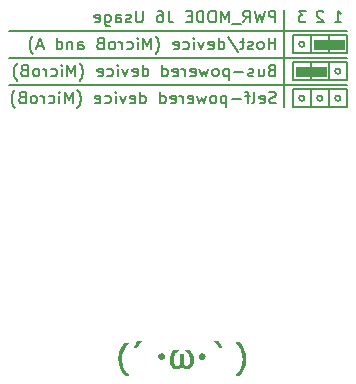
<source format=gbo>
G04 #@! TF.GenerationSoftware,KiCad,Pcbnew,5.1.5*
G04 #@! TF.CreationDate,2020-02-24T15:24:22+03:00*
G04 #@! TF.ProjectId,max3421eboard,6d617833-3432-4316-9562-6f6172642e6b,rev?*
G04 #@! TF.SameCoordinates,Original*
G04 #@! TF.FileFunction,Legend,Bot*
G04 #@! TF.FilePolarity,Positive*
%FSLAX46Y46*%
G04 Gerber Fmt 4.6, Leading zero omitted, Abs format (unit mm)*
G04 Created by KiCad (PCBNEW 5.1.5) date 2020-02-24 15:24:22*
%MOMM*%
%LPD*%
G04 APERTURE LIST*
%ADD10C,0.150000*%
%ADD11C,0.100000*%
%ADD12C,0.010000*%
G04 APERTURE END LIST*
D10*
X56515000Y-63754000D02*
X27940000Y-63754000D01*
X51181000Y-70231000D02*
X51181000Y-61976000D01*
X27940000Y-68326000D02*
X56515000Y-68326000D01*
X56515000Y-66040000D02*
X27940000Y-66040000D01*
D11*
G36*
X52197000Y-67564000D02*
G01*
X54737000Y-67564000D01*
X54737000Y-66802000D01*
X52197000Y-66802000D01*
X52197000Y-67564000D01*
G37*
X52197000Y-67564000D02*
X54737000Y-67564000D01*
X54737000Y-66802000D01*
X52197000Y-66802000D01*
X52197000Y-67564000D01*
G36*
X53721000Y-65278000D02*
G01*
X56261000Y-65278000D01*
X56261000Y-64516000D01*
X53721000Y-64516000D01*
X53721000Y-65278000D01*
G37*
X53721000Y-65278000D02*
X56261000Y-65278000D01*
X56261000Y-64516000D01*
X53721000Y-64516000D01*
X53721000Y-65278000D01*
D10*
X54457953Y-69469000D02*
G75*
G03X54457953Y-69469000I-228953J0D01*
G01*
X53467000Y-68707000D02*
X53467000Y-70231000D01*
X56515000Y-70231000D02*
X56515000Y-68707000D01*
X54991000Y-68707000D02*
X54991000Y-70231000D01*
X55981953Y-69469000D02*
G75*
G03X55981953Y-69469000I-228953J0D01*
G01*
X51943000Y-70231000D02*
X56515000Y-70231000D01*
X52933953Y-69469000D02*
G75*
G03X52933953Y-69469000I-228953J0D01*
G01*
X56515000Y-68707000D02*
X54991000Y-68707000D01*
X51943000Y-68707000D02*
X51943000Y-70231000D01*
X56515000Y-68707000D02*
X51943000Y-68707000D01*
X54457953Y-67183000D02*
G75*
G03X54457953Y-67183000I-228953J0D01*
G01*
X53467000Y-66421000D02*
X53467000Y-67945000D01*
X56515000Y-67945000D02*
X56515000Y-66421000D01*
X54991000Y-66421000D02*
X54991000Y-67945000D01*
X55981953Y-67183000D02*
G75*
G03X55981953Y-67183000I-228953J0D01*
G01*
X51943000Y-67945000D02*
X56515000Y-67945000D01*
X52933953Y-67183000D02*
G75*
G03X52933953Y-67183000I-228953J0D01*
G01*
X56515000Y-66421000D02*
X54991000Y-66421000D01*
X51943000Y-66421000D02*
X51943000Y-67945000D01*
X56515000Y-66421000D02*
X51943000Y-66421000D01*
X52933953Y-64897000D02*
G75*
G03X52933953Y-64897000I-228953J0D01*
G01*
X54457953Y-64897000D02*
G75*
G03X54457953Y-64897000I-228953J0D01*
G01*
X55981953Y-64897000D02*
G75*
G03X55981953Y-64897000I-228953J0D01*
G01*
X53467000Y-64135000D02*
X53467000Y-65659000D01*
X54991000Y-64135000D02*
X54991000Y-65659000D01*
X56515000Y-64135000D02*
X54991000Y-64135000D01*
X56515000Y-65659000D02*
X56515000Y-64135000D01*
X51943000Y-65659000D02*
X56515000Y-65659000D01*
X51943000Y-64135000D02*
X51943000Y-65659000D01*
X56515000Y-64135000D02*
X51943000Y-64135000D01*
D12*
G36*
X38760400Y-89997458D02*
G01*
X38636759Y-90251369D01*
X38513117Y-90505280D01*
X38693720Y-90505280D01*
X38736804Y-90446860D01*
X38755396Y-90421703D01*
X38783723Y-90383443D01*
X38819404Y-90335290D01*
X38860060Y-90280455D01*
X38903312Y-90222149D01*
X38925048Y-90192860D01*
X39070208Y-89997280D01*
X38760400Y-89997458D01*
G37*
X38760400Y-89997458D02*
X38636759Y-90251369D01*
X38513117Y-90505280D01*
X38693720Y-90505280D01*
X38736804Y-90446860D01*
X38755396Y-90421703D01*
X38783723Y-90383443D01*
X38819404Y-90335290D01*
X38860060Y-90280455D01*
X38903312Y-90222149D01*
X38925048Y-90192860D01*
X39070208Y-89997280D01*
X38760400Y-89997458D01*
G36*
X45325497Y-90051441D02*
G01*
X45342692Y-90075148D01*
X45369703Y-90112105D01*
X45404262Y-90159221D01*
X45444103Y-90213410D01*
X45486959Y-90271581D01*
X45511720Y-90305139D01*
X45659040Y-90504677D01*
X45747940Y-90504978D01*
X45787594Y-90504745D01*
X45818134Y-90503868D01*
X45834964Y-90502508D01*
X45836840Y-90501805D01*
X45832573Y-90492128D01*
X45820530Y-90466569D01*
X45801853Y-90427503D01*
X45777684Y-90377308D01*
X45749163Y-90318360D01*
X45717432Y-90253036D01*
X45714886Y-90247805D01*
X45592931Y-89997280D01*
X45286594Y-89997280D01*
X45325497Y-90051441D01*
G37*
X45325497Y-90051441D02*
X45342692Y-90075148D01*
X45369703Y-90112105D01*
X45404262Y-90159221D01*
X45444103Y-90213410D01*
X45486959Y-90271581D01*
X45511720Y-90305139D01*
X45659040Y-90504677D01*
X45747940Y-90504978D01*
X45787594Y-90504745D01*
X45818134Y-90503868D01*
X45834964Y-90502508D01*
X45836840Y-90501805D01*
X45832573Y-90492128D01*
X45820530Y-90466569D01*
X45801853Y-90427503D01*
X45777684Y-90377308D01*
X45749163Y-90318360D01*
X45717432Y-90253036D01*
X45714886Y-90247805D01*
X45592931Y-89997280D01*
X45286594Y-89997280D01*
X45325497Y-90051441D01*
G36*
X40735691Y-91072201D02*
G01*
X40675611Y-91093099D01*
X40619606Y-91131352D01*
X40610983Y-91139385D01*
X40568319Y-91193883D01*
X40543300Y-91255058D01*
X40535878Y-91319595D01*
X40546003Y-91384179D01*
X40573628Y-91445495D01*
X40616250Y-91497905D01*
X40670485Y-91536476D01*
X40732832Y-91558110D01*
X40799432Y-91562292D01*
X40866430Y-91548506D01*
X40897370Y-91535469D01*
X40955106Y-91496180D01*
X40997284Y-91444349D01*
X41022948Y-91381569D01*
X41031160Y-91313000D01*
X41022283Y-91245361D01*
X40997550Y-91186842D01*
X40959807Y-91138618D01*
X40911903Y-91101865D01*
X40856683Y-91077760D01*
X40796997Y-91067480D01*
X40735691Y-91072201D01*
G37*
X40735691Y-91072201D02*
X40675611Y-91093099D01*
X40619606Y-91131352D01*
X40610983Y-91139385D01*
X40568319Y-91193883D01*
X40543300Y-91255058D01*
X40535878Y-91319595D01*
X40546003Y-91384179D01*
X40573628Y-91445495D01*
X40616250Y-91497905D01*
X40670485Y-91536476D01*
X40732832Y-91558110D01*
X40799432Y-91562292D01*
X40866430Y-91548506D01*
X40897370Y-91535469D01*
X40955106Y-91496180D01*
X40997284Y-91444349D01*
X41022948Y-91381569D01*
X41031160Y-91313000D01*
X41022283Y-91245361D01*
X40997550Y-91186842D01*
X40959807Y-91138618D01*
X40911903Y-91101865D01*
X40856683Y-91077760D01*
X40796997Y-91067480D01*
X40735691Y-91072201D01*
G36*
X44169771Y-91072201D02*
G01*
X44109691Y-91093099D01*
X44053686Y-91131352D01*
X44045063Y-91139385D01*
X44002399Y-91193883D01*
X43977380Y-91255058D01*
X43969958Y-91319595D01*
X43980083Y-91384179D01*
X44007708Y-91445495D01*
X44050330Y-91497905D01*
X44104565Y-91536476D01*
X44166912Y-91558110D01*
X44233512Y-91562292D01*
X44300510Y-91548506D01*
X44331450Y-91535469D01*
X44389186Y-91496180D01*
X44431364Y-91444349D01*
X44457028Y-91381569D01*
X44465240Y-91313000D01*
X44456363Y-91245361D01*
X44431630Y-91186842D01*
X44393887Y-91138618D01*
X44345983Y-91101865D01*
X44290763Y-91077760D01*
X44231077Y-91067480D01*
X44169771Y-91072201D01*
G37*
X44169771Y-91072201D02*
X44109691Y-91093099D01*
X44053686Y-91131352D01*
X44045063Y-91139385D01*
X44002399Y-91193883D01*
X43977380Y-91255058D01*
X43969958Y-91319595D01*
X43980083Y-91384179D01*
X44007708Y-91445495D01*
X44050330Y-91497905D01*
X44104565Y-91536476D01*
X44166912Y-91558110D01*
X44233512Y-91562292D01*
X44300510Y-91548506D01*
X44331450Y-91535469D01*
X44389186Y-91496180D01*
X44431364Y-91444349D01*
X44457028Y-91381569D01*
X44465240Y-91313000D01*
X44456363Y-91245361D01*
X44431630Y-91186842D01*
X44393887Y-91138618D01*
X44345983Y-91101865D01*
X44290763Y-91077760D01*
X44231077Y-91067480D01*
X44169771Y-91072201D01*
G36*
X42924414Y-90770002D02*
G01*
X42880490Y-90771548D01*
X42848233Y-90773867D01*
X42831220Y-90776751D01*
X42829480Y-90778076D01*
X42836644Y-90788372D01*
X42855640Y-90807931D01*
X42882726Y-90832962D01*
X42889924Y-90839284D01*
X42952207Y-90900237D01*
X43015011Y-90973722D01*
X43072950Y-91052829D01*
X43120641Y-91130646D01*
X43128383Y-91145269D01*
X43184483Y-91273313D01*
X43221914Y-91403945D01*
X43241275Y-91540033D01*
X43243163Y-91684446D01*
X43242704Y-91694000D01*
X43231043Y-91808864D01*
X43208570Y-91907107D01*
X43175015Y-91989476D01*
X43130110Y-92056722D01*
X43101613Y-92086489D01*
X43050289Y-92126006D01*
X42996762Y-92149802D01*
X42935506Y-92159715D01*
X42882991Y-92159258D01*
X42804329Y-92147680D01*
X42739417Y-92122391D01*
X42685864Y-92082026D01*
X42641282Y-92025222D01*
X42637545Y-92019120D01*
X42632222Y-92009640D01*
X42627866Y-91999309D01*
X42624379Y-91986111D01*
X42621665Y-91968031D01*
X42619627Y-91943053D01*
X42618167Y-91909162D01*
X42617189Y-91864344D01*
X42616596Y-91806583D01*
X42616291Y-91733863D01*
X42616177Y-91644170D01*
X42616158Y-91574620D01*
X42616120Y-91165680D01*
X42392600Y-91165680D01*
X42392498Y-91993720D01*
X42354449Y-92043516D01*
X42317239Y-92083007D01*
X42272354Y-92117644D01*
X42260520Y-92124796D01*
X42232323Y-92139754D01*
X42208162Y-92149052D01*
X42181604Y-92154017D01*
X42146214Y-92155979D01*
X42108120Y-92156280D01*
X42060905Y-92155689D01*
X42027916Y-92153137D01*
X42003075Y-92147458D01*
X41980306Y-92137482D01*
X41964734Y-92128728D01*
X41901564Y-92080118D01*
X41850350Y-92015516D01*
X41811022Y-91934765D01*
X41783507Y-91837713D01*
X41767736Y-91724203D01*
X41765896Y-91698054D01*
X41766549Y-91559317D01*
X41784363Y-91421756D01*
X41818509Y-91289621D01*
X41868158Y-91167159D01*
X41870423Y-91162586D01*
X41915443Y-91080694D01*
X41965829Y-91006726D01*
X42026128Y-90934552D01*
X42084497Y-90874047D01*
X42119721Y-90838882D01*
X42149009Y-90808880D01*
X42169660Y-90786867D01*
X42178975Y-90775665D01*
X42179240Y-90774987D01*
X42169677Y-90773024D01*
X42143371Y-90771365D01*
X42103898Y-90770147D01*
X42054835Y-90769505D01*
X42032291Y-90769440D01*
X41885341Y-90769440D01*
X41833926Y-90831221D01*
X41732279Y-90966655D01*
X41650474Y-91104768D01*
X41588635Y-91245314D01*
X41546885Y-91388051D01*
X41542385Y-91409520D01*
X41533747Y-91470860D01*
X41528726Y-91545308D01*
X41527296Y-91626224D01*
X41529429Y-91706963D01*
X41535099Y-91780883D01*
X41544140Y-91840686D01*
X41576318Y-91957558D01*
X41620588Y-92061590D01*
X41676052Y-92151644D01*
X41741814Y-92226579D01*
X41816977Y-92285258D01*
X41900644Y-92326541D01*
X41935400Y-92337684D01*
X42039933Y-92357155D01*
X42140633Y-92357434D01*
X42236195Y-92338757D01*
X42325312Y-92301361D01*
X42395759Y-92254444D01*
X42425167Y-92228005D01*
X42455284Y-92196226D01*
X42480924Y-92165017D01*
X42496903Y-92140290D01*
X42497971Y-92137928D01*
X42507126Y-92135411D01*
X42524035Y-92150328D01*
X42524785Y-92151200D01*
X42584686Y-92216653D01*
X42639790Y-92266414D01*
X42693725Y-92303279D01*
X42750122Y-92330048D01*
X42762781Y-92334706D01*
X42828253Y-92351111D01*
X42902274Y-92359137D01*
X42974504Y-92357891D01*
X42998115Y-92354996D01*
X43089671Y-92333472D01*
X43169374Y-92298472D01*
X43242504Y-92247445D01*
X43268672Y-92224254D01*
X43335982Y-92147860D01*
X43391195Y-92057362D01*
X43434046Y-91955172D01*
X43464273Y-91843703D01*
X43481614Y-91725368D01*
X43485806Y-91602580D01*
X43476585Y-91477751D01*
X43453690Y-91353295D01*
X43416857Y-91231625D01*
X43385141Y-91154794D01*
X43353039Y-91092507D01*
X43310912Y-91021619D01*
X43262734Y-90948255D01*
X43212482Y-90878542D01*
X43176323Y-90832940D01*
X43123380Y-90769440D01*
X42976430Y-90769440D01*
X42924414Y-90770002D01*
G37*
X42924414Y-90770002D02*
X42880490Y-90771548D01*
X42848233Y-90773867D01*
X42831220Y-90776751D01*
X42829480Y-90778076D01*
X42836644Y-90788372D01*
X42855640Y-90807931D01*
X42882726Y-90832962D01*
X42889924Y-90839284D01*
X42952207Y-90900237D01*
X43015011Y-90973722D01*
X43072950Y-91052829D01*
X43120641Y-91130646D01*
X43128383Y-91145269D01*
X43184483Y-91273313D01*
X43221914Y-91403945D01*
X43241275Y-91540033D01*
X43243163Y-91684446D01*
X43242704Y-91694000D01*
X43231043Y-91808864D01*
X43208570Y-91907107D01*
X43175015Y-91989476D01*
X43130110Y-92056722D01*
X43101613Y-92086489D01*
X43050289Y-92126006D01*
X42996762Y-92149802D01*
X42935506Y-92159715D01*
X42882991Y-92159258D01*
X42804329Y-92147680D01*
X42739417Y-92122391D01*
X42685864Y-92082026D01*
X42641282Y-92025222D01*
X42637545Y-92019120D01*
X42632222Y-92009640D01*
X42627866Y-91999309D01*
X42624379Y-91986111D01*
X42621665Y-91968031D01*
X42619627Y-91943053D01*
X42618167Y-91909162D01*
X42617189Y-91864344D01*
X42616596Y-91806583D01*
X42616291Y-91733863D01*
X42616177Y-91644170D01*
X42616158Y-91574620D01*
X42616120Y-91165680D01*
X42392600Y-91165680D01*
X42392498Y-91993720D01*
X42354449Y-92043516D01*
X42317239Y-92083007D01*
X42272354Y-92117644D01*
X42260520Y-92124796D01*
X42232323Y-92139754D01*
X42208162Y-92149052D01*
X42181604Y-92154017D01*
X42146214Y-92155979D01*
X42108120Y-92156280D01*
X42060905Y-92155689D01*
X42027916Y-92153137D01*
X42003075Y-92147458D01*
X41980306Y-92137482D01*
X41964734Y-92128728D01*
X41901564Y-92080118D01*
X41850350Y-92015516D01*
X41811022Y-91934765D01*
X41783507Y-91837713D01*
X41767736Y-91724203D01*
X41765896Y-91698054D01*
X41766549Y-91559317D01*
X41784363Y-91421756D01*
X41818509Y-91289621D01*
X41868158Y-91167159D01*
X41870423Y-91162586D01*
X41915443Y-91080694D01*
X41965829Y-91006726D01*
X42026128Y-90934552D01*
X42084497Y-90874047D01*
X42119721Y-90838882D01*
X42149009Y-90808880D01*
X42169660Y-90786867D01*
X42178975Y-90775665D01*
X42179240Y-90774987D01*
X42169677Y-90773024D01*
X42143371Y-90771365D01*
X42103898Y-90770147D01*
X42054835Y-90769505D01*
X42032291Y-90769440D01*
X41885341Y-90769440D01*
X41833926Y-90831221D01*
X41732279Y-90966655D01*
X41650474Y-91104768D01*
X41588635Y-91245314D01*
X41546885Y-91388051D01*
X41542385Y-91409520D01*
X41533747Y-91470860D01*
X41528726Y-91545308D01*
X41527296Y-91626224D01*
X41529429Y-91706963D01*
X41535099Y-91780883D01*
X41544140Y-91840686D01*
X41576318Y-91957558D01*
X41620588Y-92061590D01*
X41676052Y-92151644D01*
X41741814Y-92226579D01*
X41816977Y-92285258D01*
X41900644Y-92326541D01*
X41935400Y-92337684D01*
X42039933Y-92357155D01*
X42140633Y-92357434D01*
X42236195Y-92338757D01*
X42325312Y-92301361D01*
X42395759Y-92254444D01*
X42425167Y-92228005D01*
X42455284Y-92196226D01*
X42480924Y-92165017D01*
X42496903Y-92140290D01*
X42497971Y-92137928D01*
X42507126Y-92135411D01*
X42524035Y-92150328D01*
X42524785Y-92151200D01*
X42584686Y-92216653D01*
X42639790Y-92266414D01*
X42693725Y-92303279D01*
X42750122Y-92330048D01*
X42762781Y-92334706D01*
X42828253Y-92351111D01*
X42902274Y-92359137D01*
X42974504Y-92357891D01*
X42998115Y-92354996D01*
X43089671Y-92333472D01*
X43169374Y-92298472D01*
X43242504Y-92247445D01*
X43268672Y-92224254D01*
X43335982Y-92147860D01*
X43391195Y-92057362D01*
X43434046Y-91955172D01*
X43464273Y-91843703D01*
X43481614Y-91725368D01*
X43485806Y-91602580D01*
X43476585Y-91477751D01*
X43453690Y-91353295D01*
X43416857Y-91231625D01*
X43385141Y-91154794D01*
X43353039Y-91092507D01*
X43310912Y-91021619D01*
X43262734Y-90948255D01*
X43212482Y-90878542D01*
X43176323Y-90832940D01*
X43123380Y-90769440D01*
X42976430Y-90769440D01*
X42924414Y-90770002D01*
G36*
X37907976Y-90161097D02*
G01*
X37859144Y-90161731D01*
X37838805Y-90162101D01*
X37694450Y-90164920D01*
X37644845Y-90225880D01*
X37592581Y-90294376D01*
X37536396Y-90375321D01*
X37480283Y-90462446D01*
X37428235Y-90549484D01*
X37384244Y-90630167D01*
X37373018Y-90652600D01*
X37295965Y-90832799D01*
X37237179Y-91018858D01*
X37196671Y-91209020D01*
X37174451Y-91401529D01*
X37170529Y-91594629D01*
X37184916Y-91786565D01*
X37217624Y-91975580D01*
X37268661Y-92159918D01*
X37338039Y-92337824D01*
X37362568Y-92389960D01*
X37405530Y-92471056D01*
X37458329Y-92560456D01*
X37516817Y-92651720D01*
X37576850Y-92738406D01*
X37634282Y-92814075D01*
X37640516Y-92821760D01*
X37694522Y-92887800D01*
X37845672Y-92890621D01*
X37996821Y-92893443D01*
X37949676Y-92851944D01*
X37909501Y-92812928D01*
X37862255Y-92761209D01*
X37811657Y-92701302D01*
X37761427Y-92637723D01*
X37715284Y-92574984D01*
X37686246Y-92532200D01*
X37590479Y-92366737D01*
X37513294Y-92195086D01*
X37454564Y-92018653D01*
X37414159Y-91838846D01*
X37391951Y-91657071D01*
X37387811Y-91474735D01*
X37401611Y-91293246D01*
X37433223Y-91114011D01*
X37482516Y-90938437D01*
X37549364Y-90767931D01*
X37633637Y-90603900D01*
X37735207Y-90447750D01*
X37853946Y-90300890D01*
X37894116Y-90257579D01*
X37927649Y-90222373D01*
X37955402Y-90192855D01*
X37974710Y-90171891D01*
X37982906Y-90162345D01*
X37983016Y-90162101D01*
X37973514Y-90161281D01*
X37947299Y-90160947D01*
X37907976Y-90161097D01*
G37*
X37907976Y-90161097D02*
X37859144Y-90161731D01*
X37838805Y-90162101D01*
X37694450Y-90164920D01*
X37644845Y-90225880D01*
X37592581Y-90294376D01*
X37536396Y-90375321D01*
X37480283Y-90462446D01*
X37428235Y-90549484D01*
X37384244Y-90630167D01*
X37373018Y-90652600D01*
X37295965Y-90832799D01*
X37237179Y-91018858D01*
X37196671Y-91209020D01*
X37174451Y-91401529D01*
X37170529Y-91594629D01*
X37184916Y-91786565D01*
X37217624Y-91975580D01*
X37268661Y-92159918D01*
X37338039Y-92337824D01*
X37362568Y-92389960D01*
X37405530Y-92471056D01*
X37458329Y-92560456D01*
X37516817Y-92651720D01*
X37576850Y-92738406D01*
X37634282Y-92814075D01*
X37640516Y-92821760D01*
X37694522Y-92887800D01*
X37845672Y-92890621D01*
X37996821Y-92893443D01*
X37949676Y-92851944D01*
X37909501Y-92812928D01*
X37862255Y-92761209D01*
X37811657Y-92701302D01*
X37761427Y-92637723D01*
X37715284Y-92574984D01*
X37686246Y-92532200D01*
X37590479Y-92366737D01*
X37513294Y-92195086D01*
X37454564Y-92018653D01*
X37414159Y-91838846D01*
X37391951Y-91657071D01*
X37387811Y-91474735D01*
X37401611Y-91293246D01*
X37433223Y-91114011D01*
X37482516Y-90938437D01*
X37549364Y-90767931D01*
X37633637Y-90603900D01*
X37735207Y-90447750D01*
X37853946Y-90300890D01*
X37894116Y-90257579D01*
X37927649Y-90222373D01*
X37955402Y-90192855D01*
X37974710Y-90171891D01*
X37982906Y-90162345D01*
X37983016Y-90162101D01*
X37973514Y-90161281D01*
X37947299Y-90160947D01*
X37907976Y-90161097D01*
G36*
X47165499Y-90238580D02*
G01*
X47269478Y-90351979D01*
X47362485Y-90475632D01*
X47446862Y-90612927D01*
X47512227Y-90740107D01*
X47586982Y-90919987D01*
X47641971Y-91103182D01*
X47677191Y-91288636D01*
X47692638Y-91475295D01*
X47688309Y-91662103D01*
X47664200Y-91848003D01*
X47620308Y-92031940D01*
X47556628Y-92212858D01*
X47517637Y-92301282D01*
X47435695Y-92458612D01*
X47345315Y-92599902D01*
X47244215Y-92728477D01*
X47169451Y-92809060D01*
X47086599Y-92892880D01*
X47380285Y-92892880D01*
X47435148Y-92824300D01*
X47553877Y-92665195D01*
X47653694Y-92507568D01*
X47735625Y-92348972D01*
X47800695Y-92186959D01*
X47849930Y-92019080D01*
X47884356Y-91842888D01*
X47900093Y-91714320D01*
X47908938Y-91515885D01*
X47897732Y-91318934D01*
X47866736Y-91124293D01*
X47816206Y-90932791D01*
X47746404Y-90745254D01*
X47657587Y-90562511D01*
X47550015Y-90385388D01*
X47434954Y-90228420D01*
X47380285Y-90159840D01*
X47086151Y-90159840D01*
X47165499Y-90238580D01*
G37*
X47165499Y-90238580D02*
X47269478Y-90351979D01*
X47362485Y-90475632D01*
X47446862Y-90612927D01*
X47512227Y-90740107D01*
X47586982Y-90919987D01*
X47641971Y-91103182D01*
X47677191Y-91288636D01*
X47692638Y-91475295D01*
X47688309Y-91662103D01*
X47664200Y-91848003D01*
X47620308Y-92031940D01*
X47556628Y-92212858D01*
X47517637Y-92301282D01*
X47435695Y-92458612D01*
X47345315Y-92599902D01*
X47244215Y-92728477D01*
X47169451Y-92809060D01*
X47086599Y-92892880D01*
X47380285Y-92892880D01*
X47435148Y-92824300D01*
X47553877Y-92665195D01*
X47653694Y-92507568D01*
X47735625Y-92348972D01*
X47800695Y-92186959D01*
X47849930Y-92019080D01*
X47884356Y-91842888D01*
X47900093Y-91714320D01*
X47908938Y-91515885D01*
X47897732Y-91318934D01*
X47866736Y-91124293D01*
X47816206Y-90932791D01*
X47746404Y-90745254D01*
X47657587Y-90562511D01*
X47550015Y-90385388D01*
X47434954Y-90228420D01*
X47380285Y-90159840D01*
X47086151Y-90159840D01*
X47165499Y-90238580D01*
D10*
X50512023Y-69873761D02*
X50369166Y-69921380D01*
X50131071Y-69921380D01*
X50035833Y-69873761D01*
X49988214Y-69826142D01*
X49940595Y-69730904D01*
X49940595Y-69635666D01*
X49988214Y-69540428D01*
X50035833Y-69492809D01*
X50131071Y-69445190D01*
X50321547Y-69397571D01*
X50416785Y-69349952D01*
X50464404Y-69302333D01*
X50512023Y-69207095D01*
X50512023Y-69111857D01*
X50464404Y-69016619D01*
X50416785Y-68969000D01*
X50321547Y-68921380D01*
X50083452Y-68921380D01*
X49940595Y-68969000D01*
X49131071Y-69873761D02*
X49226309Y-69921380D01*
X49416785Y-69921380D01*
X49512023Y-69873761D01*
X49559642Y-69778523D01*
X49559642Y-69397571D01*
X49512023Y-69302333D01*
X49416785Y-69254714D01*
X49226309Y-69254714D01*
X49131071Y-69302333D01*
X49083452Y-69397571D01*
X49083452Y-69492809D01*
X49559642Y-69588047D01*
X48512023Y-69921380D02*
X48607261Y-69873761D01*
X48654880Y-69778523D01*
X48654880Y-68921380D01*
X48273928Y-69254714D02*
X47892976Y-69254714D01*
X48131071Y-69921380D02*
X48131071Y-69064238D01*
X48083452Y-68969000D01*
X47988214Y-68921380D01*
X47892976Y-68921380D01*
X47559642Y-69540428D02*
X46797738Y-69540428D01*
X46321547Y-69254714D02*
X46321547Y-70254714D01*
X46321547Y-69302333D02*
X46226309Y-69254714D01*
X46035833Y-69254714D01*
X45940595Y-69302333D01*
X45892976Y-69349952D01*
X45845357Y-69445190D01*
X45845357Y-69730904D01*
X45892976Y-69826142D01*
X45940595Y-69873761D01*
X46035833Y-69921380D01*
X46226309Y-69921380D01*
X46321547Y-69873761D01*
X45273928Y-69921380D02*
X45369166Y-69873761D01*
X45416785Y-69826142D01*
X45464404Y-69730904D01*
X45464404Y-69445190D01*
X45416785Y-69349952D01*
X45369166Y-69302333D01*
X45273928Y-69254714D01*
X45131071Y-69254714D01*
X45035833Y-69302333D01*
X44988214Y-69349952D01*
X44940595Y-69445190D01*
X44940595Y-69730904D01*
X44988214Y-69826142D01*
X45035833Y-69873761D01*
X45131071Y-69921380D01*
X45273928Y-69921380D01*
X44607261Y-69254714D02*
X44416785Y-69921380D01*
X44226309Y-69445190D01*
X44035833Y-69921380D01*
X43845357Y-69254714D01*
X43083452Y-69873761D02*
X43178690Y-69921380D01*
X43369166Y-69921380D01*
X43464404Y-69873761D01*
X43512023Y-69778523D01*
X43512023Y-69397571D01*
X43464404Y-69302333D01*
X43369166Y-69254714D01*
X43178690Y-69254714D01*
X43083452Y-69302333D01*
X43035833Y-69397571D01*
X43035833Y-69492809D01*
X43512023Y-69588047D01*
X42607261Y-69921380D02*
X42607261Y-69254714D01*
X42607261Y-69445190D02*
X42559642Y-69349952D01*
X42512023Y-69302333D01*
X42416785Y-69254714D01*
X42321547Y-69254714D01*
X41607261Y-69873761D02*
X41702500Y-69921380D01*
X41892976Y-69921380D01*
X41988214Y-69873761D01*
X42035833Y-69778523D01*
X42035833Y-69397571D01*
X41988214Y-69302333D01*
X41892976Y-69254714D01*
X41702500Y-69254714D01*
X41607261Y-69302333D01*
X41559642Y-69397571D01*
X41559642Y-69492809D01*
X42035833Y-69588047D01*
X40702500Y-69921380D02*
X40702500Y-68921380D01*
X40702500Y-69873761D02*
X40797738Y-69921380D01*
X40988214Y-69921380D01*
X41083452Y-69873761D01*
X41131071Y-69826142D01*
X41178690Y-69730904D01*
X41178690Y-69445190D01*
X41131071Y-69349952D01*
X41083452Y-69302333D01*
X40988214Y-69254714D01*
X40797738Y-69254714D01*
X40702500Y-69302333D01*
X39035833Y-69921380D02*
X39035833Y-68921380D01*
X39035833Y-69873761D02*
X39131071Y-69921380D01*
X39321547Y-69921380D01*
X39416785Y-69873761D01*
X39464404Y-69826142D01*
X39512023Y-69730904D01*
X39512023Y-69445190D01*
X39464404Y-69349952D01*
X39416785Y-69302333D01*
X39321547Y-69254714D01*
X39131071Y-69254714D01*
X39035833Y-69302333D01*
X38178690Y-69873761D02*
X38273928Y-69921380D01*
X38464404Y-69921380D01*
X38559642Y-69873761D01*
X38607261Y-69778523D01*
X38607261Y-69397571D01*
X38559642Y-69302333D01*
X38464404Y-69254714D01*
X38273928Y-69254714D01*
X38178690Y-69302333D01*
X38131071Y-69397571D01*
X38131071Y-69492809D01*
X38607261Y-69588047D01*
X37797738Y-69254714D02*
X37559642Y-69921380D01*
X37321547Y-69254714D01*
X36940595Y-69921380D02*
X36940595Y-69254714D01*
X36940595Y-68921380D02*
X36988214Y-68969000D01*
X36940595Y-69016619D01*
X36892976Y-68969000D01*
X36940595Y-68921380D01*
X36940595Y-69016619D01*
X36035833Y-69873761D02*
X36131071Y-69921380D01*
X36321547Y-69921380D01*
X36416785Y-69873761D01*
X36464404Y-69826142D01*
X36512023Y-69730904D01*
X36512023Y-69445190D01*
X36464404Y-69349952D01*
X36416785Y-69302333D01*
X36321547Y-69254714D01*
X36131071Y-69254714D01*
X36035833Y-69302333D01*
X35226309Y-69873761D02*
X35321547Y-69921380D01*
X35512023Y-69921380D01*
X35607261Y-69873761D01*
X35654880Y-69778523D01*
X35654880Y-69397571D01*
X35607261Y-69302333D01*
X35512023Y-69254714D01*
X35321547Y-69254714D01*
X35226309Y-69302333D01*
X35178690Y-69397571D01*
X35178690Y-69492809D01*
X35654880Y-69588047D01*
X33702500Y-70302333D02*
X33750119Y-70254714D01*
X33845357Y-70111857D01*
X33892976Y-70016619D01*
X33940595Y-69873761D01*
X33988214Y-69635666D01*
X33988214Y-69445190D01*
X33940595Y-69207095D01*
X33892976Y-69064238D01*
X33845357Y-68969000D01*
X33750119Y-68826142D01*
X33702500Y-68778523D01*
X33321547Y-69921380D02*
X33321547Y-68921380D01*
X32988214Y-69635666D01*
X32654880Y-68921380D01*
X32654880Y-69921380D01*
X32178690Y-69921380D02*
X32178690Y-69254714D01*
X32178690Y-68921380D02*
X32226309Y-68969000D01*
X32178690Y-69016619D01*
X32131071Y-68969000D01*
X32178690Y-68921380D01*
X32178690Y-69016619D01*
X31273928Y-69873761D02*
X31369166Y-69921380D01*
X31559642Y-69921380D01*
X31654880Y-69873761D01*
X31702500Y-69826142D01*
X31750119Y-69730904D01*
X31750119Y-69445190D01*
X31702500Y-69349952D01*
X31654880Y-69302333D01*
X31559642Y-69254714D01*
X31369166Y-69254714D01*
X31273928Y-69302333D01*
X30845357Y-69921380D02*
X30845357Y-69254714D01*
X30845357Y-69445190D02*
X30797738Y-69349952D01*
X30750119Y-69302333D01*
X30654880Y-69254714D01*
X30559642Y-69254714D01*
X30083452Y-69921380D02*
X30178690Y-69873761D01*
X30226309Y-69826142D01*
X30273928Y-69730904D01*
X30273928Y-69445190D01*
X30226309Y-69349952D01*
X30178690Y-69302333D01*
X30083452Y-69254714D01*
X29940595Y-69254714D01*
X29845357Y-69302333D01*
X29797738Y-69349952D01*
X29750119Y-69445190D01*
X29750119Y-69730904D01*
X29797738Y-69826142D01*
X29845357Y-69873761D01*
X29940595Y-69921380D01*
X30083452Y-69921380D01*
X28988214Y-69397571D02*
X28845357Y-69445190D01*
X28797738Y-69492809D01*
X28750119Y-69588047D01*
X28750119Y-69730904D01*
X28797738Y-69826142D01*
X28845357Y-69873761D01*
X28940595Y-69921380D01*
X29321547Y-69921380D01*
X29321547Y-68921380D01*
X28988214Y-68921380D01*
X28892976Y-68969000D01*
X28845357Y-69016619D01*
X28797738Y-69111857D01*
X28797738Y-69207095D01*
X28845357Y-69302333D01*
X28892976Y-69349952D01*
X28988214Y-69397571D01*
X29321547Y-69397571D01*
X28416785Y-70302333D02*
X28369166Y-70254714D01*
X28273928Y-70111857D01*
X28226309Y-70016619D01*
X28178690Y-69873761D01*
X28131071Y-69635666D01*
X28131071Y-69445190D01*
X28178690Y-69207095D01*
X28226309Y-69064238D01*
X28273928Y-68969000D01*
X28369166Y-68826142D01*
X28416785Y-68778523D01*
X50464404Y-65349380D02*
X50464404Y-64349380D01*
X50464404Y-64825571D02*
X49892976Y-64825571D01*
X49892976Y-65349380D02*
X49892976Y-64349380D01*
X49273928Y-65349380D02*
X49369166Y-65301761D01*
X49416785Y-65254142D01*
X49464404Y-65158904D01*
X49464404Y-64873190D01*
X49416785Y-64777952D01*
X49369166Y-64730333D01*
X49273928Y-64682714D01*
X49131071Y-64682714D01*
X49035833Y-64730333D01*
X48988214Y-64777952D01*
X48940595Y-64873190D01*
X48940595Y-65158904D01*
X48988214Y-65254142D01*
X49035833Y-65301761D01*
X49131071Y-65349380D01*
X49273928Y-65349380D01*
X48559642Y-65301761D02*
X48464404Y-65349380D01*
X48273928Y-65349380D01*
X48178690Y-65301761D01*
X48131071Y-65206523D01*
X48131071Y-65158904D01*
X48178690Y-65063666D01*
X48273928Y-65016047D01*
X48416785Y-65016047D01*
X48512023Y-64968428D01*
X48559642Y-64873190D01*
X48559642Y-64825571D01*
X48512023Y-64730333D01*
X48416785Y-64682714D01*
X48273928Y-64682714D01*
X48178690Y-64730333D01*
X47845357Y-64682714D02*
X47464404Y-64682714D01*
X47702500Y-64349380D02*
X47702500Y-65206523D01*
X47654880Y-65301761D01*
X47559642Y-65349380D01*
X47464404Y-65349380D01*
X46416785Y-64301761D02*
X47273928Y-65587476D01*
X45654880Y-65349380D02*
X45654880Y-64349380D01*
X45654880Y-65301761D02*
X45750119Y-65349380D01*
X45940595Y-65349380D01*
X46035833Y-65301761D01*
X46083452Y-65254142D01*
X46131071Y-65158904D01*
X46131071Y-64873190D01*
X46083452Y-64777952D01*
X46035833Y-64730333D01*
X45940595Y-64682714D01*
X45750119Y-64682714D01*
X45654880Y-64730333D01*
X44797738Y-65301761D02*
X44892976Y-65349380D01*
X45083452Y-65349380D01*
X45178690Y-65301761D01*
X45226309Y-65206523D01*
X45226309Y-64825571D01*
X45178690Y-64730333D01*
X45083452Y-64682714D01*
X44892976Y-64682714D01*
X44797738Y-64730333D01*
X44750119Y-64825571D01*
X44750119Y-64920809D01*
X45226309Y-65016047D01*
X44416785Y-64682714D02*
X44178690Y-65349380D01*
X43940595Y-64682714D01*
X43559642Y-65349380D02*
X43559642Y-64682714D01*
X43559642Y-64349380D02*
X43607261Y-64397000D01*
X43559642Y-64444619D01*
X43512023Y-64397000D01*
X43559642Y-64349380D01*
X43559642Y-64444619D01*
X42654880Y-65301761D02*
X42750119Y-65349380D01*
X42940595Y-65349380D01*
X43035833Y-65301761D01*
X43083452Y-65254142D01*
X43131071Y-65158904D01*
X43131071Y-64873190D01*
X43083452Y-64777952D01*
X43035833Y-64730333D01*
X42940595Y-64682714D01*
X42750119Y-64682714D01*
X42654880Y-64730333D01*
X41845357Y-65301761D02*
X41940595Y-65349380D01*
X42131071Y-65349380D01*
X42226309Y-65301761D01*
X42273928Y-65206523D01*
X42273928Y-64825571D01*
X42226309Y-64730333D01*
X42131071Y-64682714D01*
X41940595Y-64682714D01*
X41845357Y-64730333D01*
X41797738Y-64825571D01*
X41797738Y-64920809D01*
X42273928Y-65016047D01*
X40321547Y-65730333D02*
X40369166Y-65682714D01*
X40464404Y-65539857D01*
X40512023Y-65444619D01*
X40559642Y-65301761D01*
X40607261Y-65063666D01*
X40607261Y-64873190D01*
X40559642Y-64635095D01*
X40512023Y-64492238D01*
X40464404Y-64397000D01*
X40369166Y-64254142D01*
X40321547Y-64206523D01*
X39940595Y-65349380D02*
X39940595Y-64349380D01*
X39607261Y-65063666D01*
X39273928Y-64349380D01*
X39273928Y-65349380D01*
X38797738Y-65349380D02*
X38797738Y-64682714D01*
X38797738Y-64349380D02*
X38845357Y-64397000D01*
X38797738Y-64444619D01*
X38750119Y-64397000D01*
X38797738Y-64349380D01*
X38797738Y-64444619D01*
X37892976Y-65301761D02*
X37988214Y-65349380D01*
X38178690Y-65349380D01*
X38273928Y-65301761D01*
X38321547Y-65254142D01*
X38369166Y-65158904D01*
X38369166Y-64873190D01*
X38321547Y-64777952D01*
X38273928Y-64730333D01*
X38178690Y-64682714D01*
X37988214Y-64682714D01*
X37892976Y-64730333D01*
X37464404Y-65349380D02*
X37464404Y-64682714D01*
X37464404Y-64873190D02*
X37416785Y-64777952D01*
X37369166Y-64730333D01*
X37273928Y-64682714D01*
X37178690Y-64682714D01*
X36702500Y-65349380D02*
X36797738Y-65301761D01*
X36845357Y-65254142D01*
X36892976Y-65158904D01*
X36892976Y-64873190D01*
X36845357Y-64777952D01*
X36797738Y-64730333D01*
X36702500Y-64682714D01*
X36559642Y-64682714D01*
X36464404Y-64730333D01*
X36416785Y-64777952D01*
X36369166Y-64873190D01*
X36369166Y-65158904D01*
X36416785Y-65254142D01*
X36464404Y-65301761D01*
X36559642Y-65349380D01*
X36702500Y-65349380D01*
X35607261Y-64825571D02*
X35464404Y-64873190D01*
X35416785Y-64920809D01*
X35369166Y-65016047D01*
X35369166Y-65158904D01*
X35416785Y-65254142D01*
X35464404Y-65301761D01*
X35559642Y-65349380D01*
X35940595Y-65349380D01*
X35940595Y-64349380D01*
X35607261Y-64349380D01*
X35512023Y-64397000D01*
X35464404Y-64444619D01*
X35416785Y-64539857D01*
X35416785Y-64635095D01*
X35464404Y-64730333D01*
X35512023Y-64777952D01*
X35607261Y-64825571D01*
X35940595Y-64825571D01*
X33750119Y-65349380D02*
X33750119Y-64825571D01*
X33797738Y-64730333D01*
X33892976Y-64682714D01*
X34083452Y-64682714D01*
X34178690Y-64730333D01*
X33750119Y-65301761D02*
X33845357Y-65349380D01*
X34083452Y-65349380D01*
X34178690Y-65301761D01*
X34226309Y-65206523D01*
X34226309Y-65111285D01*
X34178690Y-65016047D01*
X34083452Y-64968428D01*
X33845357Y-64968428D01*
X33750119Y-64920809D01*
X33273928Y-64682714D02*
X33273928Y-65349380D01*
X33273928Y-64777952D02*
X33226309Y-64730333D01*
X33131071Y-64682714D01*
X32988214Y-64682714D01*
X32892976Y-64730333D01*
X32845357Y-64825571D01*
X32845357Y-65349380D01*
X31940595Y-65349380D02*
X31940595Y-64349380D01*
X31940595Y-65301761D02*
X32035833Y-65349380D01*
X32226309Y-65349380D01*
X32321547Y-65301761D01*
X32369166Y-65254142D01*
X32416785Y-65158904D01*
X32416785Y-64873190D01*
X32369166Y-64777952D01*
X32321547Y-64730333D01*
X32226309Y-64682714D01*
X32035833Y-64682714D01*
X31940595Y-64730333D01*
X30750119Y-65063666D02*
X30273928Y-65063666D01*
X30845357Y-65349380D02*
X30512023Y-64349380D01*
X30178690Y-65349380D01*
X29940595Y-65730333D02*
X29892976Y-65682714D01*
X29797738Y-65539857D01*
X29750119Y-65444619D01*
X29702500Y-65301761D01*
X29654880Y-65063666D01*
X29654880Y-64873190D01*
X29702500Y-64635095D01*
X29750119Y-64492238D01*
X29797738Y-64397000D01*
X29892976Y-64254142D01*
X29940595Y-64206523D01*
X50131071Y-67111571D02*
X49988214Y-67159190D01*
X49940595Y-67206809D01*
X49892976Y-67302047D01*
X49892976Y-67444904D01*
X49940595Y-67540142D01*
X49988214Y-67587761D01*
X50083452Y-67635380D01*
X50464404Y-67635380D01*
X50464404Y-66635380D01*
X50131071Y-66635380D01*
X50035833Y-66683000D01*
X49988214Y-66730619D01*
X49940595Y-66825857D01*
X49940595Y-66921095D01*
X49988214Y-67016333D01*
X50035833Y-67063952D01*
X50131071Y-67111571D01*
X50464404Y-67111571D01*
X49035833Y-66968714D02*
X49035833Y-67635380D01*
X49464404Y-66968714D02*
X49464404Y-67492523D01*
X49416785Y-67587761D01*
X49321547Y-67635380D01*
X49178690Y-67635380D01*
X49083452Y-67587761D01*
X49035833Y-67540142D01*
X48607261Y-67587761D02*
X48512023Y-67635380D01*
X48321547Y-67635380D01*
X48226309Y-67587761D01*
X48178690Y-67492523D01*
X48178690Y-67444904D01*
X48226309Y-67349666D01*
X48321547Y-67302047D01*
X48464404Y-67302047D01*
X48559642Y-67254428D01*
X48607261Y-67159190D01*
X48607261Y-67111571D01*
X48559642Y-67016333D01*
X48464404Y-66968714D01*
X48321547Y-66968714D01*
X48226309Y-67016333D01*
X47750119Y-67254428D02*
X46988214Y-67254428D01*
X46512023Y-66968714D02*
X46512023Y-67968714D01*
X46512023Y-67016333D02*
X46416785Y-66968714D01*
X46226309Y-66968714D01*
X46131071Y-67016333D01*
X46083452Y-67063952D01*
X46035833Y-67159190D01*
X46035833Y-67444904D01*
X46083452Y-67540142D01*
X46131071Y-67587761D01*
X46226309Y-67635380D01*
X46416785Y-67635380D01*
X46512023Y-67587761D01*
X45464404Y-67635380D02*
X45559642Y-67587761D01*
X45607261Y-67540142D01*
X45654880Y-67444904D01*
X45654880Y-67159190D01*
X45607261Y-67063952D01*
X45559642Y-67016333D01*
X45464404Y-66968714D01*
X45321547Y-66968714D01*
X45226309Y-67016333D01*
X45178690Y-67063952D01*
X45131071Y-67159190D01*
X45131071Y-67444904D01*
X45178690Y-67540142D01*
X45226309Y-67587761D01*
X45321547Y-67635380D01*
X45464404Y-67635380D01*
X44797738Y-66968714D02*
X44607261Y-67635380D01*
X44416785Y-67159190D01*
X44226309Y-67635380D01*
X44035833Y-66968714D01*
X43273928Y-67587761D02*
X43369166Y-67635380D01*
X43559642Y-67635380D01*
X43654880Y-67587761D01*
X43702500Y-67492523D01*
X43702500Y-67111571D01*
X43654880Y-67016333D01*
X43559642Y-66968714D01*
X43369166Y-66968714D01*
X43273928Y-67016333D01*
X43226309Y-67111571D01*
X43226309Y-67206809D01*
X43702500Y-67302047D01*
X42797738Y-67635380D02*
X42797738Y-66968714D01*
X42797738Y-67159190D02*
X42750119Y-67063952D01*
X42702500Y-67016333D01*
X42607261Y-66968714D01*
X42512023Y-66968714D01*
X41797738Y-67587761D02*
X41892976Y-67635380D01*
X42083452Y-67635380D01*
X42178690Y-67587761D01*
X42226309Y-67492523D01*
X42226309Y-67111571D01*
X42178690Y-67016333D01*
X42083452Y-66968714D01*
X41892976Y-66968714D01*
X41797738Y-67016333D01*
X41750119Y-67111571D01*
X41750119Y-67206809D01*
X42226309Y-67302047D01*
X40892976Y-67635380D02*
X40892976Y-66635380D01*
X40892976Y-67587761D02*
X40988214Y-67635380D01*
X41178690Y-67635380D01*
X41273928Y-67587761D01*
X41321547Y-67540142D01*
X41369166Y-67444904D01*
X41369166Y-67159190D01*
X41321547Y-67063952D01*
X41273928Y-67016333D01*
X41178690Y-66968714D01*
X40988214Y-66968714D01*
X40892976Y-67016333D01*
X39226309Y-67635380D02*
X39226309Y-66635380D01*
X39226309Y-67587761D02*
X39321547Y-67635380D01*
X39512023Y-67635380D01*
X39607261Y-67587761D01*
X39654880Y-67540142D01*
X39702500Y-67444904D01*
X39702500Y-67159190D01*
X39654880Y-67063952D01*
X39607261Y-67016333D01*
X39512023Y-66968714D01*
X39321547Y-66968714D01*
X39226309Y-67016333D01*
X38369166Y-67587761D02*
X38464404Y-67635380D01*
X38654880Y-67635380D01*
X38750119Y-67587761D01*
X38797738Y-67492523D01*
X38797738Y-67111571D01*
X38750119Y-67016333D01*
X38654880Y-66968714D01*
X38464404Y-66968714D01*
X38369166Y-67016333D01*
X38321547Y-67111571D01*
X38321547Y-67206809D01*
X38797738Y-67302047D01*
X37988214Y-66968714D02*
X37750119Y-67635380D01*
X37512023Y-66968714D01*
X37131071Y-67635380D02*
X37131071Y-66968714D01*
X37131071Y-66635380D02*
X37178690Y-66683000D01*
X37131071Y-66730619D01*
X37083452Y-66683000D01*
X37131071Y-66635380D01*
X37131071Y-66730619D01*
X36226309Y-67587761D02*
X36321547Y-67635380D01*
X36512023Y-67635380D01*
X36607261Y-67587761D01*
X36654880Y-67540142D01*
X36702500Y-67444904D01*
X36702500Y-67159190D01*
X36654880Y-67063952D01*
X36607261Y-67016333D01*
X36512023Y-66968714D01*
X36321547Y-66968714D01*
X36226309Y-67016333D01*
X35416785Y-67587761D02*
X35512023Y-67635380D01*
X35702500Y-67635380D01*
X35797738Y-67587761D01*
X35845357Y-67492523D01*
X35845357Y-67111571D01*
X35797738Y-67016333D01*
X35702500Y-66968714D01*
X35512023Y-66968714D01*
X35416785Y-67016333D01*
X35369166Y-67111571D01*
X35369166Y-67206809D01*
X35845357Y-67302047D01*
X33892976Y-68016333D02*
X33940595Y-67968714D01*
X34035833Y-67825857D01*
X34083452Y-67730619D01*
X34131071Y-67587761D01*
X34178690Y-67349666D01*
X34178690Y-67159190D01*
X34131071Y-66921095D01*
X34083452Y-66778238D01*
X34035833Y-66683000D01*
X33940595Y-66540142D01*
X33892976Y-66492523D01*
X33512023Y-67635380D02*
X33512023Y-66635380D01*
X33178690Y-67349666D01*
X32845357Y-66635380D01*
X32845357Y-67635380D01*
X32369166Y-67635380D02*
X32369166Y-66968714D01*
X32369166Y-66635380D02*
X32416785Y-66683000D01*
X32369166Y-66730619D01*
X32321547Y-66683000D01*
X32369166Y-66635380D01*
X32369166Y-66730619D01*
X31464404Y-67587761D02*
X31559642Y-67635380D01*
X31750119Y-67635380D01*
X31845357Y-67587761D01*
X31892976Y-67540142D01*
X31940595Y-67444904D01*
X31940595Y-67159190D01*
X31892976Y-67063952D01*
X31845357Y-67016333D01*
X31750119Y-66968714D01*
X31559642Y-66968714D01*
X31464404Y-67016333D01*
X31035833Y-67635380D02*
X31035833Y-66968714D01*
X31035833Y-67159190D02*
X30988214Y-67063952D01*
X30940595Y-67016333D01*
X30845357Y-66968714D01*
X30750119Y-66968714D01*
X30273928Y-67635380D02*
X30369166Y-67587761D01*
X30416785Y-67540142D01*
X30464404Y-67444904D01*
X30464404Y-67159190D01*
X30416785Y-67063952D01*
X30369166Y-67016333D01*
X30273928Y-66968714D01*
X30131071Y-66968714D01*
X30035833Y-67016333D01*
X29988214Y-67063952D01*
X29940595Y-67159190D01*
X29940595Y-67444904D01*
X29988214Y-67540142D01*
X30035833Y-67587761D01*
X30131071Y-67635380D01*
X30273928Y-67635380D01*
X29178690Y-67111571D02*
X29035833Y-67159190D01*
X28988214Y-67206809D01*
X28940595Y-67302047D01*
X28940595Y-67444904D01*
X28988214Y-67540142D01*
X29035833Y-67587761D01*
X29131071Y-67635380D01*
X29512023Y-67635380D01*
X29512023Y-66635380D01*
X29178690Y-66635380D01*
X29083452Y-66683000D01*
X29035833Y-66730619D01*
X28988214Y-66825857D01*
X28988214Y-66921095D01*
X29035833Y-67016333D01*
X29083452Y-67063952D01*
X29178690Y-67111571D01*
X29512023Y-67111571D01*
X28607261Y-68016333D02*
X28559642Y-67968714D01*
X28464404Y-67825857D01*
X28416785Y-67730619D01*
X28369166Y-67587761D01*
X28321547Y-67349666D01*
X28321547Y-67159190D01*
X28369166Y-66921095D01*
X28416785Y-66778238D01*
X28464404Y-66683000D01*
X28559642Y-66540142D01*
X28607261Y-66492523D01*
X50464404Y-63063380D02*
X50464404Y-62063380D01*
X50083452Y-62063380D01*
X49988214Y-62111000D01*
X49940595Y-62158619D01*
X49892976Y-62253857D01*
X49892976Y-62396714D01*
X49940595Y-62491952D01*
X49988214Y-62539571D01*
X50083452Y-62587190D01*
X50464404Y-62587190D01*
X49559642Y-62063380D02*
X49321547Y-63063380D01*
X49131071Y-62349095D01*
X48940595Y-63063380D01*
X48702500Y-62063380D01*
X47750119Y-63063380D02*
X48083452Y-62587190D01*
X48321547Y-63063380D02*
X48321547Y-62063380D01*
X47940595Y-62063380D01*
X47845357Y-62111000D01*
X47797738Y-62158619D01*
X47750119Y-62253857D01*
X47750119Y-62396714D01*
X47797738Y-62491952D01*
X47845357Y-62539571D01*
X47940595Y-62587190D01*
X48321547Y-62587190D01*
X47559642Y-63158619D02*
X46797738Y-63158619D01*
X46559642Y-63063380D02*
X46559642Y-62063380D01*
X46226309Y-62777666D01*
X45892976Y-62063380D01*
X45892976Y-63063380D01*
X45226309Y-62063380D02*
X45035833Y-62063380D01*
X44940595Y-62111000D01*
X44845357Y-62206238D01*
X44797738Y-62396714D01*
X44797738Y-62730047D01*
X44845357Y-62920523D01*
X44940595Y-63015761D01*
X45035833Y-63063380D01*
X45226309Y-63063380D01*
X45321547Y-63015761D01*
X45416785Y-62920523D01*
X45464404Y-62730047D01*
X45464404Y-62396714D01*
X45416785Y-62206238D01*
X45321547Y-62111000D01*
X45226309Y-62063380D01*
X44369166Y-63063380D02*
X44369166Y-62063380D01*
X44131071Y-62063380D01*
X43988214Y-62111000D01*
X43892976Y-62206238D01*
X43845357Y-62301476D01*
X43797738Y-62491952D01*
X43797738Y-62634809D01*
X43845357Y-62825285D01*
X43892976Y-62920523D01*
X43988214Y-63015761D01*
X44131071Y-63063380D01*
X44369166Y-63063380D01*
X43369166Y-62539571D02*
X43035833Y-62539571D01*
X42892976Y-63063380D02*
X43369166Y-63063380D01*
X43369166Y-62063380D01*
X42892976Y-62063380D01*
X41416785Y-62063380D02*
X41416785Y-62777666D01*
X41464404Y-62920523D01*
X41559642Y-63015761D01*
X41702500Y-63063380D01*
X41797738Y-63063380D01*
X40512023Y-62063380D02*
X40702500Y-62063380D01*
X40797738Y-62111000D01*
X40845357Y-62158619D01*
X40940595Y-62301476D01*
X40988214Y-62491952D01*
X40988214Y-62872904D01*
X40940595Y-62968142D01*
X40892976Y-63015761D01*
X40797738Y-63063380D01*
X40607261Y-63063380D01*
X40512023Y-63015761D01*
X40464404Y-62968142D01*
X40416785Y-62872904D01*
X40416785Y-62634809D01*
X40464404Y-62539571D01*
X40512023Y-62491952D01*
X40607261Y-62444333D01*
X40797738Y-62444333D01*
X40892976Y-62491952D01*
X40940595Y-62539571D01*
X40988214Y-62634809D01*
X39226309Y-62063380D02*
X39226309Y-62872904D01*
X39178690Y-62968142D01*
X39131071Y-63015761D01*
X39035833Y-63063380D01*
X38845357Y-63063380D01*
X38750119Y-63015761D01*
X38702500Y-62968142D01*
X38654880Y-62872904D01*
X38654880Y-62063380D01*
X38226309Y-63015761D02*
X38131071Y-63063380D01*
X37940595Y-63063380D01*
X37845357Y-63015761D01*
X37797738Y-62920523D01*
X37797738Y-62872904D01*
X37845357Y-62777666D01*
X37940595Y-62730047D01*
X38083452Y-62730047D01*
X38178690Y-62682428D01*
X38226309Y-62587190D01*
X38226309Y-62539571D01*
X38178690Y-62444333D01*
X38083452Y-62396714D01*
X37940595Y-62396714D01*
X37845357Y-62444333D01*
X36940595Y-63063380D02*
X36940595Y-62539571D01*
X36988214Y-62444333D01*
X37083452Y-62396714D01*
X37273928Y-62396714D01*
X37369166Y-62444333D01*
X36940595Y-63015761D02*
X37035833Y-63063380D01*
X37273928Y-63063380D01*
X37369166Y-63015761D01*
X37416785Y-62920523D01*
X37416785Y-62825285D01*
X37369166Y-62730047D01*
X37273928Y-62682428D01*
X37035833Y-62682428D01*
X36940595Y-62634809D01*
X36035833Y-62396714D02*
X36035833Y-63206238D01*
X36083452Y-63301476D01*
X36131071Y-63349095D01*
X36226309Y-63396714D01*
X36369166Y-63396714D01*
X36464404Y-63349095D01*
X36035833Y-63015761D02*
X36131071Y-63063380D01*
X36321547Y-63063380D01*
X36416785Y-63015761D01*
X36464404Y-62968142D01*
X36512023Y-62872904D01*
X36512023Y-62587190D01*
X36464404Y-62491952D01*
X36416785Y-62444333D01*
X36321547Y-62396714D01*
X36131071Y-62396714D01*
X36035833Y-62444333D01*
X35178690Y-63015761D02*
X35273928Y-63063380D01*
X35464404Y-63063380D01*
X35559642Y-63015761D01*
X35607261Y-62920523D01*
X35607261Y-62539571D01*
X35559642Y-62444333D01*
X35464404Y-62396714D01*
X35273928Y-62396714D01*
X35178690Y-62444333D01*
X35131071Y-62539571D01*
X35131071Y-62634809D01*
X35607261Y-62730047D01*
X53038333Y-62063380D02*
X52419285Y-62063380D01*
X52752619Y-62444333D01*
X52609761Y-62444333D01*
X52514523Y-62491952D01*
X52466904Y-62539571D01*
X52419285Y-62634809D01*
X52419285Y-62872904D01*
X52466904Y-62968142D01*
X52514523Y-63015761D01*
X52609761Y-63063380D01*
X52895476Y-63063380D01*
X52990714Y-63015761D01*
X53038333Y-62968142D01*
X54514714Y-62158619D02*
X54467095Y-62111000D01*
X54371857Y-62063380D01*
X54133761Y-62063380D01*
X54038523Y-62111000D01*
X53990904Y-62158619D01*
X53943285Y-62253857D01*
X53943285Y-62349095D01*
X53990904Y-62491952D01*
X54562333Y-63063380D01*
X53943285Y-63063380D01*
X55467285Y-63063380D02*
X56038714Y-63063380D01*
X55753000Y-63063380D02*
X55753000Y-62063380D01*
X55848238Y-62206238D01*
X55943476Y-62301476D01*
X56038714Y-62349095D01*
M02*

</source>
